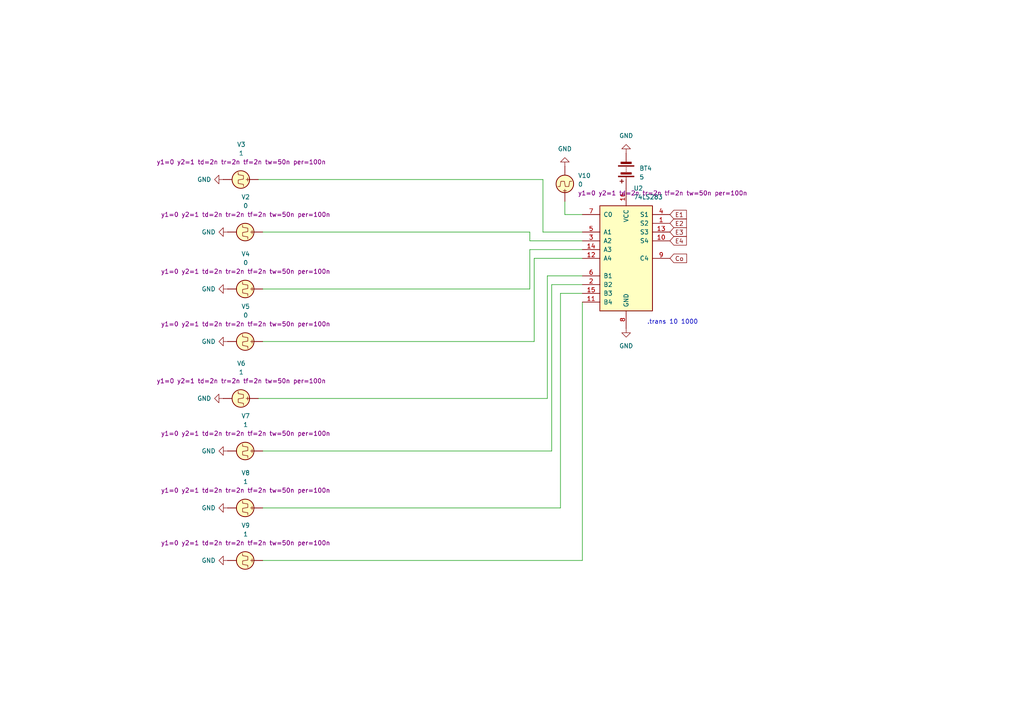
<source format=kicad_sch>
(kicad_sch (version 20250114) (generator "eeschema") (generator_version "9.0")
  (paper "A4")
  (lib_symbols
    (symbol "74xx:74LS283" (pin_names (offset 1.016))
      (property "Reference" "U" (at -7.62 16.51 0))
      (property "Value" "74LS283" (at -7.62 -16.51 0))
      (symbol "74LS283_1_0"
        (pin input line (at -12.7 12.7 0) (length 5.08) (name "C0") (number "7"))
        (pin input line (at -12.7 7.62 0) (length 5.08) (name "A1") (number "5"))
        (pin input line (at -12.7 5.08 0) (length 5.08) (name "A2") (number "3"))
        (pin input line (at -12.7 2.54 0) (length 5.08) (name "A3") (number "14"))
        (pin input line (at -12.7 0 0) (length 5.08) (name "A4") (number "12"))
        (pin input line (at -12.7 -5.08 0) (length 5.08) (name "B1") (number "6"))
        (pin input line (at -12.7 -7.62 0) (length 5.08) (name "B2") (number "2"))
        (pin input line (at -12.7 -10.16 0) (length 5.08) (name "B3") (number "15"))
        (pin input line (at -12.7 -12.7 0) (length 5.08) (name "B4") (number "11"))
        (pin power_in line (at 0 20.32 270) (length 5.08) (name "VCC") (number "16"))
        (pin power_in line (at 0 -20.32 90) (length 5.08) (name "GND") (number "8"))
        (pin output line (at 12.7 12.7 180) (length 5.08) (name "S1") (number "4"))
        (pin output line (at 12.7 10.16 180) (length 5.08) (name "S2") (number "1"))
        (pin output line (at 12.7 7.62 180) (length 5.08) (name "S3") (number "13"))
        (pin output line (at 12.7 5.08 180) (length 5.08) (name "S4") (number "10"))
        (pin output line (at 12.7 0 180) (length 5.08) (name "C4") (number "9"))
      )
      (symbol "74LS283_1_1"
        (rectangle (start -7.62 15.24) (end 7.62 -15.24) (stroke (width 0.254)) (fill (type background)))
      )
    )
    (symbol "Device:Battery" (pin_numbers (hide yes)) (pin_names (offset 0) (hide yes))
      (property "Reference" "BT" (at 2.54 2.54 0))
      (property "Value" "Battery" (at 2.54 0 0))
      (symbol "Battery_0_1"
        (rectangle (start -2.286 1.778) (end 2.286 1.524) (fill (type outline)))
        (rectangle (start -2.286 -1.27) (end 2.286 -1.524) (fill (type outline)))
        (rectangle (start -1.524 1.016) (end 1.524 0.508) (fill (type outline)))
        (rectangle (start -1.524 -2.032) (end 1.524 -2.54) (fill (type outline)))
        (polyline (pts (xy 0 1.778) (xy 0 2.54)))
        (polyline (pts (xy 0 0) (xy 0 0.254)))
        (polyline (pts (xy 0 -0.508) (xy 0 -0.254)))
        (polyline (pts (xy 0 -1.016) (xy 0 -0.762)))
        (polyline (pts (xy 0.762 3.048) (xy 1.778 3.048)) (stroke (width 0.254)))
        (polyline (pts (xy 1.27 3.556) (xy 1.27 2.54)) (stroke (width 0.254)))
      )
      (symbol "Battery_1_1"
        (pin passive line (at 0 5.08 270) (length 2.54) (name "+") (number "1"))
        (pin passive line (at 0 -5.08 90) (length 2.54) (name "-") (number "2"))
      )
    )
    (symbol "Simulation_SPICE:VPULSE" (pin_numbers (hide yes)) (pin_names (offset 0.0254))
      (property "Reference" "V" (at 2.54 2.54 0))
      (property "Value" "VPULSE" (at 2.54 0 0))
      (property "Sim.Params" "y1=0 y2=1 td=2n tr=2n tf=2n tw=50n per=100n" (at 2.54 -2.54 0))
      (symbol "VPULSE_0_0"
        (polyline (pts (xy -2.032 -0.762) (xy -1.397 -0.762) (xy -1.143 0.762) (xy -0.127 0.762) (xy 0.127 -0.762) (xy 1.143 -0.762) (xy 1.397 0.762) (xy 2.032 0.762)))
        (text "+" (at 0 1.905 0) (effects (font (size 1.27 1.27))))
      )
      (symbol "VPULSE_0_1"
        (circle (center 0 0) (radius 2.54) (stroke (width 0.254)) (fill (type background)))
      )
      (symbol "VPULSE_1_1"
        (pin passive line (at 0 5.08 270) (length 2.54) (name "~") (number "1"))
        (pin passive line (at 0 -5.08 90) (length 2.54) (name "~") (number "2"))
      )
    )
    (symbol "power:GND" (power) (pin_numbers (hide yes)) (pin_names (offset 0) (hide yes))
      (property "Value" "GND" (at 0 -3.81 0))
      (symbol "GND_0_1"
        (polyline (pts (xy 0 0) (xy 0 -1.27) (xy 1.27 -1.27) (xy 0 -2.54) (xy -1.27 -1.27) (xy 0 -1.27)))
      )
      (symbol "GND_1_1"
        (pin power_in line (at 0 0 270) (length 0) (name "~") (number "1"))
      )
    )
  )
  (text ".trans 10 1000" (at 195.072 93.472 0) (effects (font (size 1.27 1.27))))
  (wire (pts (xy 168.91 74.93) (xy 154.94 74.93)))
  (wire (pts (xy 76.2 99.06) (xy 154.94 99.06)))
  (wire (pts (xy 157.48 52.07) (xy 157.48 67.31)))
  (wire (pts (xy 76.2 83.82) (xy 153.67 83.82)))
  (wire (pts (xy 158.75 80.01) (xy 158.75 115.57)))
  (wire (pts (xy 153.67 72.39) (xy 168.91 72.39)))
  (wire (pts (xy 162.56 147.32) (xy 162.56 85.09)))
  (wire (pts (xy 153.67 83.82) (xy 153.67 72.39)))
  (wire (pts (xy 76.2 147.32) (xy 162.56 147.32)))
  (wire (pts (xy 74.93 115.57) (xy 158.75 115.57)))
  (wire (pts (xy 160.02 130.81) (xy 76.2 130.81)))
  (wire (pts (xy 168.91 87.63) (xy 168.91 162.56)))
  (wire (pts (xy 76.2 67.31) (xy 153.67 67.31)))
  (wire (pts (xy 153.67 67.31) (xy 153.67 69.85)))
  (wire (pts (xy 168.91 80.01) (xy 158.75 80.01)))
  (wire (pts (xy 168.91 62.23) (xy 163.83 62.23)))
  (wire (pts (xy 74.93 52.07) (xy 157.48 52.07)))
  (wire (pts (xy 162.56 85.09) (xy 168.91 85.09)))
  (wire (pts (xy 153.67 69.85) (xy 168.91 69.85)))
  (wire (pts (xy 163.83 62.23) (xy 163.83 58.42)))
  (wire (pts (xy 160.02 82.55) (xy 160.02 130.81)))
  (wire (pts (xy 168.91 162.56) (xy 76.2 162.56)))
  (wire (pts (xy 154.94 74.93) (xy 154.94 99.06)))
  (wire (pts (xy 168.91 82.55) (xy 160.02 82.55)))
  (wire (pts (xy 157.48 67.31) (xy 168.91 67.31)))
  (global_label "E4" (shape input) (at 194.31 69.85 0) (property "Intersheetrefs" "${INTERSHEET_REFS}" (effects (hide yes))))
  (global_label "E2" (shape input) (at 194.31 64.77 0) (property "Intersheetrefs" "${INTERSHEET_REFS}" (effects (hide yes))))
  (global_label "Co" (shape input) (at 194.31 74.93 0) (property "Intersheetrefs" "${INTERSHEET_REFS}" (effects (hide yes))))
  (global_label "E3" (shape input) (at 194.31 67.31 0) (property "Intersheetrefs" "${INTERSHEET_REFS}" (effects (hide yes))))
  (global_label "E1" (shape input) (at 194.31 62.23 0) (property "Intersheetrefs" "${INTERSHEET_REFS}" (effects (hide yes))))
  (symbol (lib_id "Simulation_SPICE:VPULSE") (at 71.12 147.32 270) (unit 1)
    (property "Reference" "V8" (at 71.2498 137.16 90))
    (property "Value" "1" (at 71.2498 139.7 90))
    (property "Datasheet" "https://ngspice.sourceforge.io/docs/ngspice-html-manual/manual.xhtml#sec_Independent_Sources_for" (effects (hide yes)))
    (property "Description" "Voltage source, pulse" (effects (hide yes)))
    (property "Sim.Pins" "1=+ 2=-" (effects (hide yes)))
    (property "Sim.Type" "PULSE" (effects (hide yes)))
    (property "Sim.Device" "V" (effects (hide yes)))
    (property "Sim.Params" "y1=0 y2=1 td=2n tr=2n tf=2n tw=50n per=100n" (at 71.2498 142.24 90))
  )
  (symbol (lib_id "Device:Battery") (at 181.61 49.53 180) (unit 1)
    (property "Reference" "BT4" (at 185.42 48.8314 0) (effects (justify right)))
    (property "Value" "5" (at 185.42 51.3714 0) (effects (justify right)))
    (property "Description" "Multiple-cell battery" (effects (hide yes)))
  )
  (symbol (lib_id "power:GND") (at 66.04 99.06 270) (unit 1)
    (property "Reference" "#PWR011" (effects (hide yes)))
    (property "Value" "GND" (at 62.5451 99.0599 90) (effects (justify right)))
    (property "Description" "Power symbol creates a global label with name \"GND\" , ground" (effects (hide yes)))
  )
  (symbol (lib_id "power:GND") (at 181.61 44.45 180) (unit 1)
    (property "Reference" "#PWR07" (effects (hide yes)))
    (property "Value" "GND" (at 181.61 39.37 0))
    (property "Description" "Power symbol creates a global label with name \"GND\" , ground" (effects (hide yes)))
  )
  (symbol (lib_id "power:GND") (at 66.04 130.81 270) (unit 1)
    (property "Reference" "#PWR013" (effects (hide yes)))
    (property "Value" "GND" (at 62.5451 130.8099 90) (effects (justify right)))
    (property "Description" "Power symbol creates a global label with name \"GND\" , ground" (effects (hide yes)))
  )
  (symbol (lib_id "Simulation_SPICE:VPULSE") (at 71.12 130.81 270) (unit 1)
    (property "Reference" "V7" (at 71.2498 120.65 90))
    (property "Value" "1" (at 71.2498 123.19 90))
    (property "Datasheet" "https://ngspice.sourceforge.io/docs/ngspice-html-manual/manual.xhtml#sec_Independent_Sources_for" (effects (hide yes)))
    (property "Description" "Voltage source, pulse" (effects (hide yes)))
    (property "Sim.Pins" "1=+ 2=-" (effects (hide yes)))
    (property "Sim.Type" "PULSE" (effects (hide yes)))
    (property "Sim.Device" "V" (effects (hide yes)))
    (property "Sim.Params" "y1=0 y2=1 td=2n tr=2n tf=2n tw=50n per=100n" (at 71.2498 125.73 90))
  )
  (symbol (lib_id "power:GND") (at 64.77 52.07 270) (unit 1)
    (property "Reference" "#PWR06" (effects (hide yes)))
    (property "Value" "GND" (at 61.2751 52.0699 90) (effects (justify right)))
    (property "Description" "Power symbol creates a global label with name \"GND\" , ground" (effects (hide yes)))
  )
  (symbol (lib_id "power:GND") (at 64.77 115.57 270) (unit 1)
    (property "Reference" "#PWR012" (effects (hide yes)))
    (property "Value" "GND" (at 61.2751 115.5699 90) (effects (justify right)))
    (property "Description" "Power symbol creates a global label with name \"GND\" , ground" (effects (hide yes)))
  )
  (symbol (lib_id "Simulation_SPICE:VPULSE") (at 69.85 52.07 270) (unit 1)
    (property "Reference" "V3" (at 69.9798 41.91 90))
    (property "Value" "1" (at 69.9798 44.45 90))
    (property "Datasheet" "https://ngspice.sourceforge.io/docs/ngspice-html-manual/manual.xhtml#sec_Independent_Sources_for" (effects (hide yes)))
    (property "Description" "Voltage source, pulse" (effects (hide yes)))
    (property "Sim.Pins" "1=+ 2=-" (effects (hide yes)))
    (property "Sim.Type" "PULSE" (effects (hide yes)))
    (property "Sim.Device" "V" (effects (hide yes)))
    (property "Sim.Params" "y1=0 y2=1 td=2n tr=2n tf=2n tw=50n per=100n" (at 69.9798 46.99 90))
  )
  (symbol (lib_id "Simulation_SPICE:VPULSE") (at 71.12 99.06 270) (unit 1)
    (property "Reference" "V5" (at 71.2498 88.9 90))
    (property "Value" "0" (at 71.2498 91.44 90))
    (property "Datasheet" "https://ngspice.sourceforge.io/docs/ngspice-html-manual/manual.xhtml#sec_Independent_Sources_for" (effects (hide yes)))
    (property "Description" "Voltage source, pulse" (effects (hide yes)))
    (property "Sim.Pins" "1=+ 2=-" (effects (hide yes)))
    (property "Sim.Type" "PULSE" (effects (hide yes)))
    (property "Sim.Device" "V" (effects (hide yes)))
    (property "Sim.Params" "y1=0 y2=1 td=2n tr=2n tf=2n tw=50n per=100n" (at 71.2498 93.98 90))
  )
  (symbol (lib_id "Simulation_SPICE:VPULSE") (at 71.12 83.82 270) (unit 1)
    (property "Reference" "V4" (at 71.2498 73.66 90))
    (property "Value" "0" (at 71.2498 76.2 90))
    (property "Datasheet" "https://ngspice.sourceforge.io/docs/ngspice-html-manual/manual.xhtml#sec_Independent_Sources_for" (effects (hide yes)))
    (property "Description" "Voltage source, pulse" (effects (hide yes)))
    (property "Sim.Pins" "1=+ 2=-" (effects (hide yes)))
    (property "Sim.Type" "PULSE" (effects (hide yes)))
    (property "Sim.Device" "V" (effects (hide yes)))
    (property "Sim.Params" "y1=0 y2=1 td=2n tr=2n tf=2n tw=50n per=100n" (at 71.2498 78.74 90))
  )
  (symbol (lib_id "Simulation_SPICE:VPULSE") (at 71.12 162.56 270) (unit 1)
    (property "Reference" "V9" (at 71.2498 152.4 90))
    (property "Value" "1" (at 71.2498 154.94 90))
    (property "Datasheet" "https://ngspice.sourceforge.io/docs/ngspice-html-manual/manual.xhtml#sec_Independent_Sources_for" (effects (hide yes)))
    (property "Description" "Voltage source, pulse" (effects (hide yes)))
    (property "Sim.Pins" "1=+ 2=-" (effects (hide yes)))
    (property "Sim.Type" "PULSE" (effects (hide yes)))
    (property "Sim.Device" "V" (effects (hide yes)))
    (property "Sim.Params" "y1=0 y2=1 td=2n tr=2n tf=2n tw=50n per=100n" (at 71.2498 157.48 90))
  )
  (symbol (lib_id "power:GND") (at 66.04 162.56 270) (unit 1)
    (property "Reference" "#PWR015" (effects (hide yes)))
    (property "Value" "GND" (at 62.5451 162.5599 90) (effects (justify right)))
    (property "Description" "Power symbol creates a global label with name \"GND\" , ground" (effects (hide yes)))
  )
  (symbol (lib_id "74xx:74LS283") (at 181.61 74.93 0) (unit 1)
    (property "Reference" "U2" (at 183.7533 54.61 0) (effects (justify left)))
    (property "Value" "74LS283" (at 183.7533 57.15 0) (effects (justify left)))
    (property "Datasheet" "http://www.ti.com/lit/gpn/sn74LS283" (effects (hide yes)))
    (property "Description" "4-bit full Adder" (effects (hide yes)))
  )
  (symbol (lib_id "Simulation_SPICE:VPULSE") (at 69.85 115.57 270) (unit 1)
    (property "Reference" "V6" (at 69.9798 105.41 90))
    (property "Value" "1" (at 69.9798 107.95 90))
    (property "Datasheet" "https://ngspice.sourceforge.io/docs/ngspice-html-manual/manual.xhtml#sec_Independent_Sources_for" (effects (hide yes)))
    (property "Description" "Voltage source, pulse" (effects (hide yes)))
    (property "Sim.Pins" "1=+ 2=-" (effects (hide yes)))
    (property "Sim.Type" "PULSE" (effects (hide yes)))
    (property "Sim.Device" "V" (effects (hide yes)))
    (property "Sim.Params" "y1=0 y2=1 td=2n tr=2n tf=2n tw=50n per=100n" (at 69.9798 110.49 90))
  )
  (symbol (lib_id "power:GND") (at 181.61 95.25 0) (unit 1)
    (property "Reference" "#PWR08" (effects (hide yes)))
    (property "Value" "GND" (at 181.61 100.33 0))
    (property "Description" "Power symbol creates a global label with name \"GND\" , ground" (effects (hide yes)))
  )
  (symbol (lib_id "power:GND") (at 163.83 48.26 180) (unit 1)
    (property "Reference" "#PWR05" (effects (hide yes)))
    (property "Value" "GND" (at 163.83 43.18 0))
    (property "Description" "Power symbol creates a global label with name \"GND\" , ground" (effects (hide yes)))
  )
  (symbol (lib_id "Simulation_SPICE:VPULSE") (at 71.12 67.31 270) (unit 1)
    (property "Reference" "V2" (at 71.2498 57.15 90))
    (property "Value" "0" (at 71.2498 59.69 90))
    (property "Datasheet" "https://ngspice.sourceforge.io/docs/ngspice-html-manual/manual.xhtml#sec_Independent_Sources_for" (effects (hide yes)))
    (property "Description" "Voltage source, pulse" (effects (hide yes)))
    (property "Sim.Pins" "1=+ 2=-" (effects (hide yes)))
    (property "Sim.Type" "PULSE" (effects (hide yes)))
    (property "Sim.Device" "V" (effects (hide yes)))
    (property "Sim.Params" "y1=0 y2=1 td=2n tr=2n tf=2n tw=50n per=100n" (at 71.2498 62.23 90))
  )
  (symbol (lib_id "power:GND") (at 66.04 147.32 270) (unit 1)
    (property "Reference" "#PWR014" (effects (hide yes)))
    (property "Value" "GND" (at 62.5451 147.3199 90) (effects (justify right)))
    (property "Description" "Power symbol creates a global label with name \"GND\" , ground" (effects (hide yes)))
  )
  (symbol (lib_id "Simulation_SPICE:VPULSE") (at 163.83 53.34 180) (unit 1)
    (property "Reference" "V10" (at 167.64 50.9297 0) (effects (justify right)))
    (property "Value" "0" (at 167.64 53.4697 0) (effects (justify right)))
    (property "Datasheet" "https://ngspice.sourceforge.io/docs/ngspice-html-manual/manual.xhtml#sec_Independent_Sources_for" (effects (hide yes)))
    (property "Description" "Voltage source, pulse" (effects (hide yes)))
    (property "Sim.Pins" "1=+ 2=-" (effects (hide yes)))
    (property "Sim.Type" "PULSE" (effects (hide yes)))
    (property "Sim.Device" "V" (effects (hide yes)))
    (property "Sim.Params" "y1=0 y2=1 td=2n tr=2n tf=2n tw=50n per=100n" (at 167.64 56.0097 0) (effects (justify right)))
  )
  (symbol (lib_id "power:GND") (at 66.04 67.31 270) (unit 1)
    (property "Reference" "#PWR09" (effects (hide yes)))
    (property "Value" "GND" (at 62.5451 67.3099 90) (effects (justify right)))
    (property "Description" "Power symbol creates a global label with name \"GND\" , ground" (effects (hide yes)))
  )
  (symbol (lib_id "power:GND") (at 66.04 83.82 270) (unit 1)
    (property "Reference" "#PWR010" (effects (hide yes)))
    (property "Value" "GND" (at 62.5451 83.8199 90) (effects (justify right)))
    (property "Description" "Power symbol creates a global label with name \"GND\" , ground" (effects (hide yes)))
  )
)
</source>
